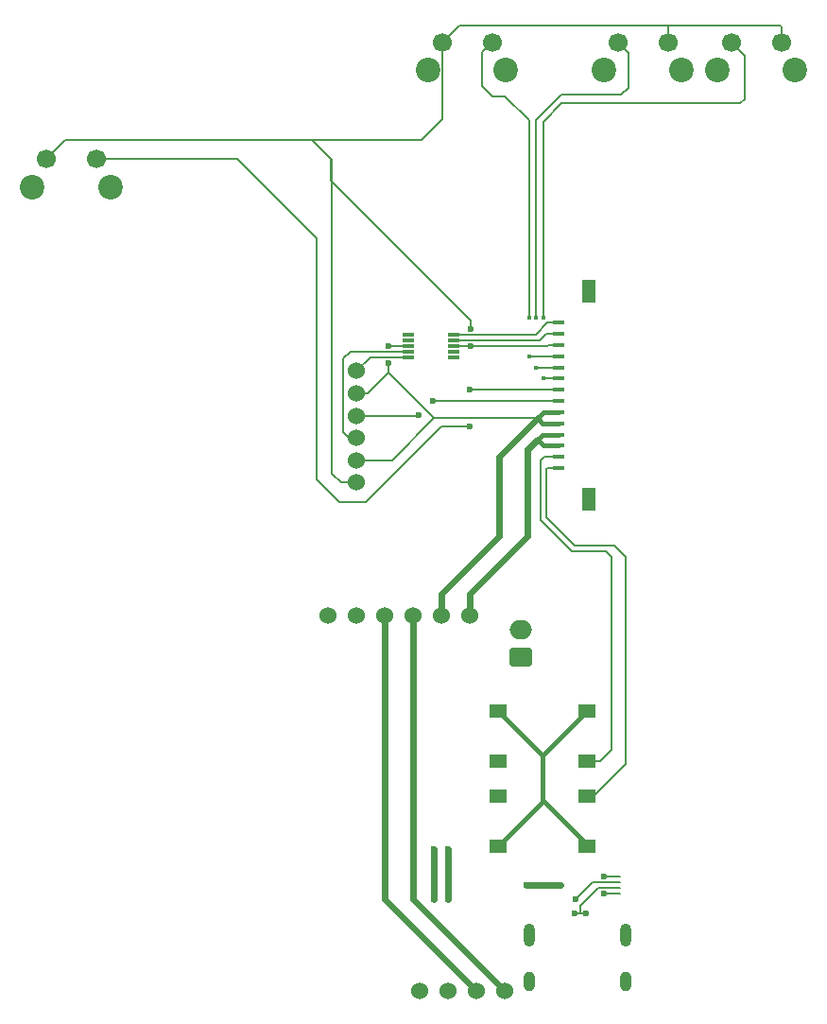
<source format=gtl>
%TF.GenerationSoftware,KiCad,Pcbnew,7.0.2-0*%
%TF.CreationDate,2025-01-26T18:27:29-07:00*%
%TF.ProjectId,LeftMB,4c656674-4d42-42e6-9b69-6361645f7063,rev?*%
%TF.SameCoordinates,Original*%
%TF.FileFunction,Copper,L1,Top*%
%TF.FilePolarity,Positive*%
%FSLAX46Y46*%
G04 Gerber Fmt 4.6, Leading zero omitted, Abs format (unit mm)*
G04 Created by KiCad (PCBNEW 7.0.2-0) date 2025-01-26 18:27:29*
%MOMM*%
%LPD*%
G01*
G04 APERTURE LIST*
G04 Aperture macros list*
%AMRoundRect*
0 Rectangle with rounded corners*
0 $1 Rounding radius*
0 $2 $3 $4 $5 $6 $7 $8 $9 X,Y pos of 4 corners*
0 Add a 4 corners polygon primitive as box body*
4,1,4,$2,$3,$4,$5,$6,$7,$8,$9,$2,$3,0*
0 Add four circle primitives for the rounded corners*
1,1,$1+$1,$2,$3*
1,1,$1+$1,$4,$5*
1,1,$1+$1,$6,$7*
1,1,$1+$1,$8,$9*
0 Add four rect primitives between the rounded corners*
20,1,$1+$1,$2,$3,$4,$5,0*
20,1,$1+$1,$4,$5,$6,$7,0*
20,1,$1+$1,$6,$7,$8,$9,0*
20,1,$1+$1,$8,$9,$2,$3,0*%
G04 Aperture macros list end*
%TA.AperFunction,SMDPad,CuDef*%
%ADD10R,1.000000X0.300000*%
%TD*%
%TA.AperFunction,ComponentPad*%
%ADD11C,2.200000*%
%TD*%
%TA.AperFunction,ComponentPad*%
%ADD12C,1.700000*%
%TD*%
%TA.AperFunction,ComponentPad*%
%ADD13C,1.524000*%
%TD*%
%TA.AperFunction,SMDPad,CuDef*%
%ADD14R,1.550000X1.300000*%
%TD*%
%TA.AperFunction,SMDPad,CuDef*%
%ADD15R,1.000000X0.400000*%
%TD*%
%TA.AperFunction,SMDPad,CuDef*%
%ADD16R,1.300000X2.000000*%
%TD*%
%TA.AperFunction,ComponentPad*%
%ADD17RoundRect,0.250000X0.750000X-0.600000X0.750000X0.600000X-0.750000X0.600000X-0.750000X-0.600000X0*%
%TD*%
%TA.AperFunction,ComponentPad*%
%ADD18O,2.000000X1.700000*%
%TD*%
%TA.AperFunction,ComponentPad*%
%ADD19O,1.000000X1.800000*%
%TD*%
%TA.AperFunction,ComponentPad*%
%ADD20O,1.000000X2.100000*%
%TD*%
%TA.AperFunction,ViaPad*%
%ADD21C,0.600000*%
%TD*%
%TA.AperFunction,ViaPad*%
%ADD22C,0.400000*%
%TD*%
%TA.AperFunction,Conductor*%
%ADD23C,0.400000*%
%TD*%
%TA.AperFunction,Conductor*%
%ADD24C,0.200000*%
%TD*%
%TA.AperFunction,Conductor*%
%ADD25C,0.600000*%
%TD*%
G04 APERTURE END LIST*
D10*
%TO.P,ADS1115,1*%
%TO.N,N/C*%
X87231000Y-80923000D03*
%TO.P,ADS1115,2*%
X87231000Y-81423000D03*
%TO.P,ADS1115,A0*%
X87231000Y-82423000D03*
%TO.P,ADS1115,A1*%
X87231000Y-82923000D03*
%TO.P,ADS1115,A2*%
X91331000Y-82923000D03*
%TO.P,ADS1115,A3*%
X91331000Y-82423000D03*
%TO.P,ADS1115,GND*%
X87231000Y-81923000D03*
%TO.P,ADS1115,SCL*%
X91331000Y-80923000D03*
%TO.P,ADS1115,SDA*%
X91331000Y-81423000D03*
%TO.P,ADS1115,VDD*%
X91331000Y-81923000D03*
%TD*%
D11*
%TO.P,REF\u002A\u002A,*%
%TO.N,*%
X88992000Y-57237000D03*
X95992000Y-57237000D03*
D12*
%TO.P,REF\u002A\u002A,1*%
%TO.N,N/C*%
X90242000Y-54737000D03*
%TO.P,REF\u002A\u002A,2*%
X94742000Y-54737000D03*
%TD*%
D11*
%TO.P,REF\u002A\u002A,*%
%TO.N,*%
X104740000Y-57237000D03*
X111740000Y-57237000D03*
D12*
%TO.P,REF\u002A\u002A,1*%
%TO.N,N/C*%
X105990000Y-54737000D03*
%TO.P,REF\u002A\u002A,2*%
X110490000Y-54737000D03*
%TD*%
D11*
%TO.P,REF\u002A\u002A,*%
%TO.N,*%
X53523000Y-67687000D03*
X60523000Y-67687000D03*
D12*
%TO.P,REF\u002A\u002A,1*%
%TO.N,N/C*%
X54773000Y-65187000D03*
%TO.P,REF\u002A\u002A,2*%
X59273000Y-65187000D03*
%TD*%
D13*
%TO.P,REF\u002A\u002A,A1*%
%TO.N,N/C*%
X82564000Y-84170000D03*
%TO.P,REF\u002A\u002A,A2*%
X82564000Y-90170000D03*
%TO.P,REF\u002A\u002A,GND*%
X82564000Y-86170000D03*
X82564000Y-92170000D03*
%TO.P,REF\u002A\u002A,SW*%
X82564000Y-88170000D03*
%TO.P,REF\u002A\u002A,VCC*%
X82564000Y-94170000D03*
%TD*%
D14*
%TO.P,START,1*%
%TO.N,N/C*%
X95315000Y-114590000D03*
X103265000Y-114590000D03*
%TO.P,START,2*%
X95315000Y-119090000D03*
X103265000Y-119090000D03*
%TD*%
%TO.P,SELECT,1*%
%TO.N,N/C*%
X95315000Y-122210000D03*
X103265000Y-122210000D03*
%TO.P,SELECT,2*%
X95315000Y-126710000D03*
X103265000Y-126710000D03*
%TD*%
D11*
%TO.P,REF\u002A\u002A,*%
%TO.N,*%
X114900000Y-57237000D03*
X121900000Y-57237000D03*
D12*
%TO.P,REF\u002A\u002A,1*%
%TO.N,N/C*%
X116150000Y-54737000D03*
%TO.P,REF\u002A\u002A,2*%
X120650000Y-54737000D03*
%TD*%
D15*
%TO.P,FPC,1*%
%TO.N,N/C*%
X100690000Y-92860000D03*
%TO.P,FPC,2*%
X100690000Y-91860000D03*
%TO.P,FPC,3*%
X100690000Y-90860000D03*
%TO.P,FPC,4*%
X100690000Y-89860000D03*
%TO.P,FPC,5*%
X100690000Y-88860000D03*
%TO.P,FPC,6*%
X100690000Y-87860000D03*
%TO.P,FPC,7*%
X100690000Y-86860000D03*
%TO.P,FPC,8*%
X100690000Y-85860000D03*
%TO.P,FPC,9*%
X100690000Y-84860000D03*
%TO.P,FPC,10*%
X100690000Y-83860000D03*
%TO.P,FPC,11*%
X100690000Y-82860000D03*
%TO.P,FPC,12*%
X100690000Y-81860000D03*
%TO.P,FPC,13*%
X100690000Y-80860000D03*
%TO.P,FPC,14*%
X100690000Y-79860000D03*
D16*
%TO.P,FPC,MP*%
X103390000Y-95660000D03*
X103390000Y-77060000D03*
%TD*%
D13*
%TO.P,B_Sav,B+*%
%TO.N,N/C*%
X90805000Y-139700000D03*
%TO.P,B_Sav,B-*%
X88265000Y-139700000D03*
%TO.P,B_Sav,P+*%
X93345000Y-139700000D03*
%TO.P,B_Sav,P-*%
X95885000Y-139700000D03*
%TD*%
%TO.P,Bat_Man,5V*%
%TO.N,N/C*%
X92730000Y-106075000D03*
%TO.P,Bat_Man,Bat+*%
X85110000Y-106075000D03*
%TO.P,Bat_Man,Bat-*%
X87650000Y-106075000D03*
%TO.P,Bat_Man,CHG+*%
X80030000Y-106075000D03*
%TO.P,Bat_Man,CHG-*%
X82570000Y-106075000D03*
%TO.P,Bat_Man,GND*%
X90190000Y-106075000D03*
%TD*%
D17*
%TO.P,Battery,1*%
%TO.N,N/C*%
X97289500Y-109835000D03*
D18*
%TO.P,Battery,2*%
X97289500Y-107335000D03*
%TD*%
D19*
%TO.P,USB C,S1*%
%TO.N,N/C*%
X106670000Y-138870000D03*
D20*
X106670000Y-134670000D03*
D19*
X98030000Y-138870000D03*
D20*
X98030000Y-134670000D03*
%TD*%
D21*
%TO.N,*%
X92710000Y-89154000D03*
D22*
X99314000Y-84860000D03*
D21*
X89535000Y-131445000D03*
X92710000Y-85852000D03*
X97790000Y-130175000D03*
X104750000Y-130962000D03*
X102096000Y-132715000D03*
X103112000Y-132715000D03*
X85471000Y-83439000D03*
X100838000Y-130175000D03*
D22*
X98044000Y-79375000D03*
D21*
X85471000Y-81915000D03*
X88138000Y-88138000D03*
D22*
X98679000Y-79375000D03*
D21*
X89408440Y-86867560D03*
X89535000Y-127000000D03*
D22*
X99314000Y-79375000D03*
D21*
X90805000Y-127000000D03*
X92837000Y-80391000D03*
D22*
X98044000Y-82860000D03*
D21*
X102235000Y-131445000D03*
D22*
X98679000Y-83860000D03*
D21*
X92837000Y-81915000D03*
X104775000Y-129413000D03*
X90805000Y-131445000D03*
%TD*%
D23*
%TO.N,*%
X99338000Y-87860000D02*
X98806000Y-88392000D01*
D24*
X100690000Y-79860000D02*
X99718000Y-79860000D01*
D25*
X92730000Y-104160000D02*
X92730000Y-106075000D01*
D24*
X100690000Y-81860000D02*
X99750000Y-81860000D01*
X80391000Y-93345000D02*
X81216000Y-94170000D01*
X98044000Y-79375000D02*
X98044000Y-61722000D01*
D25*
X85110000Y-106075000D02*
X85110000Y-131465000D01*
D24*
X100965000Y-60198000D02*
X99314000Y-61849000D01*
D25*
X96520000Y-100330000D02*
X97917000Y-98933000D01*
D24*
X81216000Y-94170000D02*
X82564000Y-94170000D01*
X102604000Y-132715000D02*
X102096000Y-132715000D01*
X91766000Y-53213000D02*
X110490000Y-53213000D01*
X81915000Y-90170000D02*
X82564000Y-90170000D01*
X110490000Y-53213000D02*
X120523000Y-53213000D01*
X98655000Y-80923000D02*
X91331000Y-80923000D01*
D25*
X97790000Y-130175000D02*
X100838000Y-130175000D01*
D23*
X99290000Y-118565000D02*
X95315000Y-114590000D01*
D24*
X99695000Y-81915000D02*
X92837000Y-81915000D01*
X99044000Y-81423000D02*
X91331000Y-81423000D01*
X104775000Y-129413000D02*
X106172000Y-129413000D01*
X106934000Y-58801000D02*
X106934000Y-55681000D01*
X104255000Y-130429000D02*
X106172000Y-130429000D01*
X89416000Y-86860000D02*
X100690000Y-86860000D01*
X89408440Y-86867560D02*
X89416000Y-86860000D01*
X90242000Y-61650000D02*
X90242000Y-54737000D01*
X106680000Y-100838000D02*
X106680000Y-119380000D01*
X120650000Y-53340000D02*
X120650000Y-54737000D01*
D23*
X99290000Y-122610000D02*
X99290000Y-122735000D01*
D24*
X102604000Y-132715000D02*
X103112000Y-132715000D01*
D25*
X95377000Y-98933000D02*
X90170000Y-104140000D01*
D24*
X89535000Y-88392000D02*
X98806000Y-88392000D01*
X101854000Y-100330000D02*
X99060000Y-97536000D01*
X100690000Y-80860000D02*
X99607000Y-80860000D01*
X71918000Y-65187000D02*
X78994000Y-72263000D01*
X93853000Y-55626000D02*
X94742000Y-54737000D01*
D23*
X99290000Y-118565000D02*
X99290000Y-122610000D01*
D24*
X100965000Y-59436000D02*
X106299000Y-59436000D01*
X103850000Y-122210000D02*
X103265000Y-122210000D01*
X92837000Y-81915000D02*
X92829000Y-81923000D01*
X83811000Y-82923000D02*
X82564000Y-84170000D01*
X106680000Y-119380000D02*
X103850000Y-122210000D01*
X92837000Y-79629000D02*
X80327500Y-67119500D01*
D23*
X99290000Y-122610000D02*
X103100000Y-126420000D01*
D24*
X81407000Y-83058000D02*
X81407000Y-89662000D01*
D25*
X95377000Y-91821000D02*
X95377000Y-98933000D01*
D24*
X80327500Y-65214500D02*
X80391000Y-65278000D01*
D23*
X100690000Y-87860000D02*
X99338000Y-87860000D01*
D25*
X97917000Y-92329000D02*
X97917000Y-91186000D01*
D24*
X116967000Y-60198000D02*
X100965000Y-60198000D01*
D23*
X103265000Y-114590000D02*
X99290000Y-118565000D01*
D24*
X105410000Y-118110000D02*
X105410000Y-100838000D01*
X98679000Y-61722000D02*
X100965000Y-59436000D01*
X78994000Y-93853000D02*
X81026000Y-95885000D01*
X116150000Y-54737000D02*
X117348000Y-55935000D01*
X100690000Y-92860000D02*
X99672000Y-92860000D01*
X102604000Y-132715000D02*
X102604000Y-132080000D01*
X99607000Y-80860000D02*
X99044000Y-81423000D01*
X99402000Y-91860000D02*
X100690000Y-91860000D01*
X87231000Y-82923000D02*
X83811000Y-82923000D01*
X99060000Y-97536000D02*
X99060000Y-92202000D01*
X106299000Y-59436000D02*
X106934000Y-58801000D01*
X88392000Y-63500000D02*
X90242000Y-61650000D01*
X98044000Y-82860000D02*
X100690000Y-82860000D01*
X98679000Y-79375000D02*
X98679000Y-61722000D01*
X85471000Y-84328000D02*
X89535000Y-88392000D01*
X90170000Y-89154000D02*
X92710000Y-89154000D01*
X82042000Y-82423000D02*
X81407000Y-83058000D01*
X56460000Y-63500000D02*
X54773000Y-65187000D01*
X99750000Y-81860000D02*
X99695000Y-81915000D01*
D23*
X100690000Y-88860000D02*
X99274000Y-88860000D01*
D25*
X95885000Y-139700000D02*
X87650000Y-131465000D01*
D24*
X85479000Y-81923000D02*
X85471000Y-81915000D01*
X80327500Y-67119500D02*
X80327500Y-65214500D01*
X98679000Y-83860000D02*
X100690000Y-83860000D01*
X87231000Y-81923000D02*
X85479000Y-81923000D01*
D25*
X87650000Y-131465000D02*
X87650000Y-106075000D01*
D23*
X99243000Y-89860000D02*
X98806000Y-90297000D01*
D24*
X87231000Y-82423000D02*
X82042000Y-82423000D01*
X117348000Y-59817000D02*
X116967000Y-60198000D01*
X102604000Y-132080000D02*
X104255000Y-130429000D01*
X92837000Y-80391000D02*
X92837000Y-79629000D01*
X120523000Y-53213000D02*
X120650000Y-53340000D01*
X78613000Y-63500000D02*
X88392000Y-63500000D01*
X99314000Y-84860000D02*
X100690000Y-84860000D01*
D25*
X97917000Y-98933000D02*
X97917000Y-92329000D01*
D23*
X99369000Y-90860000D02*
X98806000Y-90297000D01*
D25*
X85110000Y-131465000D02*
X93345000Y-139700000D01*
D24*
X83629000Y-86170000D02*
X82564000Y-86170000D01*
X99672000Y-92860000D02*
X99568000Y-92964000D01*
X93853000Y-58674000D02*
X93853000Y-55626000D01*
X104430000Y-119090000D02*
X105410000Y-118110000D01*
X98044000Y-61722000D02*
X95885000Y-59563000D01*
D25*
X90805000Y-131445000D02*
X90805000Y-127000000D01*
D23*
X99290000Y-122735000D02*
X95315000Y-126710000D01*
D24*
X103759000Y-129921000D02*
X106172000Y-129921000D01*
X99568000Y-97282000D02*
X102108000Y-99822000D01*
X103265000Y-119090000D02*
X104430000Y-119090000D01*
X85471000Y-84328000D02*
X83629000Y-86170000D01*
X117348000Y-55935000D02*
X117348000Y-59817000D01*
X83439000Y-95885000D02*
X90170000Y-89154000D01*
X80391000Y-65278000D02*
X80391000Y-93345000D01*
X99718000Y-79860000D02*
X98655000Y-80923000D01*
D25*
X90170000Y-104140000D02*
X90190000Y-104160000D01*
D24*
X102235000Y-131445000D02*
X103759000Y-129921000D01*
X78613000Y-63500000D02*
X56460000Y-63500000D01*
X106934000Y-55681000D02*
X105990000Y-54737000D01*
X85757000Y-92170000D02*
X82564000Y-92170000D01*
D25*
X90190000Y-104160000D02*
X90190000Y-106075000D01*
D24*
X104775000Y-130937000D02*
X104750000Y-130962000D01*
D25*
X96520000Y-100330000D02*
X92710000Y-104140000D01*
D24*
X94742000Y-59563000D02*
X93853000Y-58674000D01*
X110490000Y-53213000D02*
X110490000Y-54737000D01*
X89535000Y-88392000D02*
X85757000Y-92170000D01*
X92829000Y-81923000D02*
X91331000Y-81923000D01*
D25*
X92710000Y-104140000D02*
X92730000Y-104160000D01*
D24*
X85471000Y-83439000D02*
X85471000Y-84328000D01*
X102108000Y-99822000D02*
X105664000Y-99822000D01*
D23*
X100690000Y-90860000D02*
X99369000Y-90860000D01*
D24*
X81407000Y-89662000D02*
X81915000Y-90170000D01*
X59273000Y-65187000D02*
X71918000Y-65187000D01*
D25*
X97917000Y-91186000D02*
X98806000Y-90297000D01*
D24*
X90242000Y-54737000D02*
X91766000Y-53213000D01*
X105410000Y-100838000D02*
X104902000Y-100330000D01*
X80327500Y-65214500D02*
X78613000Y-63500000D01*
X95885000Y-59563000D02*
X94742000Y-59563000D01*
X92718000Y-85860000D02*
X100690000Y-85860000D01*
D25*
X98806000Y-88392000D02*
X95377000Y-91821000D01*
X89535000Y-131445000D02*
X89535000Y-127000000D01*
D23*
X100690000Y-89860000D02*
X99243000Y-89860000D01*
X99274000Y-88860000D02*
X98806000Y-88392000D01*
D24*
X78994000Y-72263000D02*
X78994000Y-93853000D01*
X99314000Y-61849000D02*
X99314000Y-79375000D01*
X104902000Y-100330000D02*
X101854000Y-100330000D01*
X92710000Y-85852000D02*
X92718000Y-85860000D01*
X88106000Y-88170000D02*
X82564000Y-88170000D01*
X99060000Y-92202000D02*
X99402000Y-91860000D01*
X99568000Y-92964000D02*
X99568000Y-97282000D01*
X105664000Y-99822000D02*
X106680000Y-100838000D01*
X106172000Y-130937000D02*
X104775000Y-130937000D01*
X88138000Y-88138000D02*
X88106000Y-88170000D01*
X81026000Y-95885000D02*
X83439000Y-95885000D01*
%TD*%
M02*

</source>
